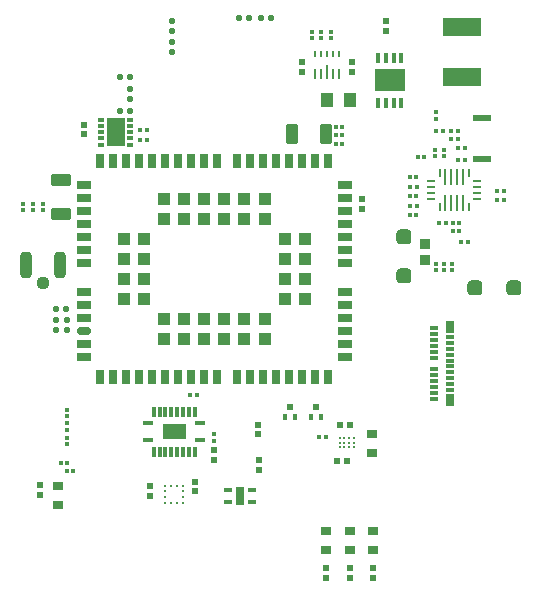
<source format=gtp>
G04*
G04 #@! TF.GenerationSoftware,Altium Limited,Altium Designer,20.0.1 (14)*
G04*
G04 Layer_Color=8421504*
%FSLAX44Y44*%
%MOMM*%
G71*
G01*
G75*
%ADD25R,0.5300X0.5500*%
%ADD26R,0.7000X1.1500*%
G04:AMPARAMS|DCode=27|XSize=2.2mm|YSize=0.95mm|CornerRadius=0.2375mm|HoleSize=0mm|Usage=FLASHONLY|Rotation=90.000|XOffset=0mm|YOffset=0mm|HoleType=Round|Shape=RoundedRectangle|*
%AMROUNDEDRECTD27*
21,1,2.2000,0.4750,0,0,90.0*
21,1,1.7250,0.9500,0,0,90.0*
1,1,0.4750,0.2375,0.8625*
1,1,0.4750,0.2375,-0.8625*
1,1,0.4750,-0.2375,-0.8625*
1,1,0.4750,-0.2375,0.8625*
%
%ADD27ROUNDEDRECTD27*%
G04:AMPARAMS|DCode=28|XSize=0.95mm|YSize=0.95mm|CornerRadius=0.2375mm|HoleSize=0mm|Usage=FLASHONLY|Rotation=0.000|XOffset=0mm|YOffset=0mm|HoleType=Round|Shape=RoundedRectangle|*
%AMROUNDEDRECTD28*
21,1,0.9500,0.4750,0,0,0.0*
21,1,0.4750,0.9500,0,0,0.0*
1,1,0.4750,0.2375,-0.2375*
1,1,0.4750,-0.2375,-0.2375*
1,1,0.4750,-0.2375,0.2375*
1,1,0.4750,0.2375,0.2375*
%
%ADD28ROUNDEDRECTD28*%
%ADD29R,3.2000X1.5000*%
%ADD30R,1.6500X0.5000*%
%ADD31R,0.3000X0.4000*%
%ADD32R,0.4000X0.3000*%
%ADD33R,0.2500X0.7000*%
%ADD34R,0.2500X1.4000*%
%ADD35R,0.7000X0.2500*%
G04:AMPARAMS|DCode=36|XSize=1.27mm|YSize=1.27mm|CornerRadius=0.3175mm|HoleSize=0mm|Usage=FLASHONLY|Rotation=270.000|XOffset=0mm|YOffset=0mm|HoleType=Round|Shape=RoundedRectangle|*
%AMROUNDEDRECTD36*
21,1,1.2700,0.6350,0,0,270.0*
21,1,0.6350,1.2700,0,0,270.0*
1,1,0.6350,-0.3175,-0.3175*
1,1,0.6350,-0.3175,0.3175*
1,1,0.6350,0.3175,0.3175*
1,1,0.6350,0.3175,-0.3175*
%
%ADD36ROUNDEDRECTD36*%
G04:AMPARAMS|DCode=37|XSize=1.27mm|YSize=1.27mm|CornerRadius=0.3175mm|HoleSize=0mm|Usage=FLASHONLY|Rotation=180.000|XOffset=0mm|YOffset=0mm|HoleType=Round|Shape=RoundedRectangle|*
%AMROUNDEDRECTD37*
21,1,1.2700,0.6350,0,0,180.0*
21,1,0.6350,1.2700,0,0,180.0*
1,1,0.6350,-0.3175,0.3175*
1,1,0.6350,0.3175,0.3175*
1,1,0.6350,0.3175,-0.3175*
1,1,0.6350,-0.3175,-0.3175*
%
%ADD37ROUNDEDRECTD37*%
%ADD38R,0.9000X0.9000*%
%ADD39R,0.7000X1.0000*%
%ADD40R,0.7000X0.3000*%
%ADD41R,1.0000X1.2500*%
%ADD42R,0.2500X0.9000*%
%ADD43R,0.2500X1.3000*%
%ADD44R,0.2500X0.6000*%
G04:AMPARAMS|DCode=45|XSize=1.06mm|YSize=1.72mm|CornerRadius=0.2491mm|HoleSize=0mm|Usage=FLASHONLY|Rotation=0.000|XOffset=0mm|YOffset=0mm|HoleType=Round|Shape=RoundedRectangle|*
%AMROUNDEDRECTD45*
21,1,1.0600,1.2218,0,0,0.0*
21,1,0.5618,1.7200,0,0,0.0*
1,1,0.4982,0.2809,-0.6109*
1,1,0.4982,-0.2809,-0.6109*
1,1,0.4982,-0.2809,0.6109*
1,1,0.4982,0.2809,0.6109*
%
%ADD45ROUNDEDRECTD45*%
G04:AMPARAMS|DCode=46|XSize=0.55mm|YSize=0.53mm|CornerRadius=0.1325mm|HoleSize=0mm|Usage=FLASHONLY|Rotation=180.000|XOffset=0mm|YOffset=0mm|HoleType=Round|Shape=RoundedRectangle|*
%AMROUNDEDRECTD46*
21,1,0.5500,0.2650,0,0,180.0*
21,1,0.2850,0.5300,0,0,180.0*
1,1,0.2650,-0.1425,0.1325*
1,1,0.2650,0.1425,0.1325*
1,1,0.2650,0.1425,-0.1325*
1,1,0.2650,-0.1425,-0.1325*
%
%ADD46ROUNDEDRECTD46*%
G04:AMPARAMS|DCode=47|XSize=0.55mm|YSize=0.53mm|CornerRadius=0.1325mm|HoleSize=0mm|Usage=FLASHONLY|Rotation=270.000|XOffset=0mm|YOffset=0mm|HoleType=Round|Shape=RoundedRectangle|*
%AMROUNDEDRECTD47*
21,1,0.5500,0.2650,0,0,270.0*
21,1,0.2850,0.5300,0,0,270.0*
1,1,0.2650,-0.1325,-0.1425*
1,1,0.2650,-0.1325,0.1425*
1,1,0.2650,0.1325,0.1425*
1,1,0.2650,0.1325,-0.1425*
%
%ADD47ROUNDEDRECTD47*%
%ADD48R,0.5000X0.3000*%
%ADD49R,1.6000X2.4000*%
%ADD50R,0.5300X0.5500*%
%ADD51R,1.1500X0.7000*%
%ADD52R,1.0000X1.0000*%
G04:AMPARAMS|DCode=53|XSize=0.7mm|YSize=1.15mm|CornerRadius=0.175mm|HoleSize=0mm|Usage=FLASHONLY|Rotation=90.000|XOffset=0mm|YOffset=0mm|HoleType=Round|Shape=RoundedRectangle|*
%AMROUNDEDRECTD53*
21,1,0.7000,0.8000,0,0,90.0*
21,1,0.3500,1.1500,0,0,90.0*
1,1,0.3500,0.4000,0.1750*
1,1,0.3500,0.4000,-0.1750*
1,1,0.3500,-0.4000,-0.1750*
1,1,0.3500,-0.4000,0.1750*
%
%ADD53ROUNDEDRECTD53*%
G04:AMPARAMS|DCode=54|XSize=1.06mm|YSize=1.72mm|CornerRadius=0.2491mm|HoleSize=0mm|Usage=FLASHONLY|Rotation=270.000|XOffset=0mm|YOffset=0mm|HoleType=Round|Shape=RoundedRectangle|*
%AMROUNDEDRECTD54*
21,1,1.0600,1.2218,0,0,270.0*
21,1,0.5618,1.7200,0,0,270.0*
1,1,0.4982,-0.6109,-0.2809*
1,1,0.4982,-0.6109,0.2809*
1,1,0.4982,0.6109,0.2809*
1,1,0.4982,0.6109,-0.2809*
%
%ADD54ROUNDEDRECTD54*%
G04:AMPARAMS|DCode=55|XSize=0.9mm|YSize=0.26mm|CornerRadius=0.0325mm|HoleSize=0mm|Usage=FLASHONLY|Rotation=90.000|XOffset=0mm|YOffset=0mm|HoleType=Round|Shape=RoundedRectangle|*
%AMROUNDEDRECTD55*
21,1,0.9000,0.1950,0,0,90.0*
21,1,0.8350,0.2600,0,0,90.0*
1,1,0.0650,0.0975,0.4175*
1,1,0.0650,0.0975,-0.4175*
1,1,0.0650,-0.0975,-0.4175*
1,1,0.0650,-0.0975,0.4175*
%
%ADD55ROUNDEDRECTD55*%
G04:AMPARAMS|DCode=56|XSize=0.9mm|YSize=0.26mm|CornerRadius=0.0325mm|HoleSize=0mm|Usage=FLASHONLY|Rotation=180.000|XOffset=0mm|YOffset=0mm|HoleType=Round|Shape=RoundedRectangle|*
%AMROUNDEDRECTD56*
21,1,0.9000,0.1950,0,0,180.0*
21,1,0.8350,0.2600,0,0,180.0*
1,1,0.0650,-0.4175,0.0975*
1,1,0.0650,0.4175,0.0975*
1,1,0.0650,0.4175,-0.0975*
1,1,0.0650,-0.4175,-0.0975*
%
%ADD56ROUNDEDRECTD56*%
%ADD57R,0.9500X0.8000*%
%ADD58R,0.7000X1.6000*%
%ADD59R,0.8000X0.4000*%
%ADD60R,2.5000X1.9000*%
%ADD61R,0.3000X0.9500*%
%ADD62R,0.4700X0.5000*%
%ADD63R,0.3700X0.5000*%
%ADD64R,0.5500X0.5300*%
%ADD65C,0.2000*%
%ADD66R,0.2500X0.2750*%
%ADD67R,0.2750X0.2500*%
G36*
X143724Y141374D02*
Y128366D01*
X124512D01*
Y141374D01*
X143724D01*
D02*
G37*
D25*
X20320Y81154D02*
D03*
Y89534D02*
D03*
X293370Y323470D02*
D03*
Y331850D02*
D03*
X284734Y439472D02*
D03*
Y447852D02*
D03*
X242545Y439065D02*
D03*
Y447445D02*
D03*
X313436Y482726D02*
D03*
Y474346D02*
D03*
X151384Y84202D02*
D03*
Y92582D02*
D03*
X113792Y89026D02*
D03*
Y80646D02*
D03*
D26*
X159002Y180790D02*
D03*
X170002D02*
D03*
X198002Y364290D02*
D03*
X159002Y364290D02*
D03*
X148002D02*
D03*
X137002D02*
D03*
X126002D02*
D03*
X115002D02*
D03*
X104002D02*
D03*
X82002D02*
D03*
X93002D02*
D03*
X71002D02*
D03*
X187002Y364290D02*
D03*
X209002D02*
D03*
X220002D02*
D03*
X231002D02*
D03*
X242002D02*
D03*
X253002D02*
D03*
X264002D02*
D03*
Y180790D02*
D03*
X253002D02*
D03*
X242002D02*
D03*
X231002D02*
D03*
X220002D02*
D03*
X209002D02*
D03*
X198002D02*
D03*
X187002D02*
D03*
X71002Y180790D02*
D03*
X93002D02*
D03*
X82002D02*
D03*
X104002D02*
D03*
X115002D02*
D03*
X126002D02*
D03*
X137002D02*
D03*
X148002D02*
D03*
X170002Y364290D02*
D03*
D27*
X8610Y276353D02*
D03*
X37110D02*
D03*
D28*
X22860Y260603D02*
D03*
D29*
X377952Y477184D02*
D03*
Y435184D02*
D03*
D30*
X394837Y365813D02*
D03*
X394783Y400759D02*
D03*
D31*
X368692Y389128D02*
D03*
X374192D02*
D03*
X368732Y382359D02*
D03*
X374232D02*
D03*
X374694Y375158D02*
D03*
X380194D02*
D03*
X380194Y365252D02*
D03*
X374694D02*
D03*
X345650Y367792D02*
D03*
X340150D02*
D03*
X361238Y389636D02*
D03*
X355738D02*
D03*
X333546Y350266D02*
D03*
X339046D02*
D03*
X339300Y342138D02*
D03*
X333800D02*
D03*
X333546Y334603D02*
D03*
X339046D02*
D03*
X339246Y326136D02*
D03*
X333746D02*
D03*
X333546Y318008D02*
D03*
X339046D02*
D03*
X407554Y338582D02*
D03*
X413054D02*
D03*
X407554Y330708D02*
D03*
X413054D02*
D03*
X377234Y295656D02*
D03*
X382734D02*
D03*
X358278Y311658D02*
D03*
X363778D02*
D03*
X369708D02*
D03*
X375208D02*
D03*
X369708Y304546D02*
D03*
X375208D02*
D03*
X276308Y378742D02*
D03*
X270808D02*
D03*
X105454Y389890D02*
D03*
X110954D02*
D03*
X105454Y381762D02*
D03*
X110954D02*
D03*
X147618Y165862D02*
D03*
X153118D02*
D03*
X48768Y101600D02*
D03*
X43268D02*
D03*
X37829Y108200D02*
D03*
X43328D02*
D03*
X262218Y130150D02*
D03*
X256718D02*
D03*
X270852Y385854D02*
D03*
X276352D02*
D03*
X270852Y392712D02*
D03*
X276352D02*
D03*
D32*
X362806Y373336D02*
D03*
Y367836D02*
D03*
X355346Y399840D02*
D03*
Y405340D02*
D03*
X355266Y373336D02*
D03*
Y367836D02*
D03*
X355760Y277114D02*
D03*
Y271614D02*
D03*
X362618Y277114D02*
D03*
Y271614D02*
D03*
X369222Y277114D02*
D03*
Y271614D02*
D03*
X266598Y473419D02*
D03*
Y467919D02*
D03*
X258572Y467719D02*
D03*
Y473219D02*
D03*
X250546Y473419D02*
D03*
Y467919D02*
D03*
X6350Y322304D02*
D03*
Y327804D02*
D03*
X14478D02*
D03*
Y322304D02*
D03*
X167386Y127298D02*
D03*
Y132798D02*
D03*
X43180Y153372D02*
D03*
Y147872D02*
D03*
X42934Y141942D02*
D03*
Y136442D02*
D03*
Y129750D02*
D03*
Y124250D02*
D03*
X22606Y327804D02*
D03*
Y322304D02*
D03*
D33*
X358708Y324686D02*
D03*
X383708D02*
D03*
Y353686D02*
D03*
X358708D02*
D03*
D34*
X363708Y328186D02*
D03*
X368708D02*
D03*
X373708D02*
D03*
X378708D02*
D03*
Y350186D02*
D03*
X373708D02*
D03*
X368708D02*
D03*
X363708D02*
D03*
D35*
X390708Y331686D02*
D03*
Y336686D02*
D03*
Y341686D02*
D03*
Y346686D02*
D03*
X351708D02*
D03*
Y341686D02*
D03*
Y336686D02*
D03*
Y331686D02*
D03*
D36*
X328422Y299974D02*
D03*
Y266954D02*
D03*
D37*
X422148Y256540D02*
D03*
X389128D02*
D03*
D38*
X346202Y279766D02*
D03*
Y293766D02*
D03*
D39*
X367370Y161532D02*
D03*
Y223532D02*
D03*
D40*
Y170032D02*
D03*
Y175032D02*
D03*
Y180032D02*
D03*
Y185032D02*
D03*
Y190032D02*
D03*
Y195032D02*
D03*
Y200032D02*
D03*
Y205032D02*
D03*
Y210032D02*
D03*
Y215032D02*
D03*
X354370Y222532D02*
D03*
Y217532D02*
D03*
Y212532D02*
D03*
Y207532D02*
D03*
Y202532D02*
D03*
Y197532D02*
D03*
Y187532D02*
D03*
Y182532D02*
D03*
Y177532D02*
D03*
Y172532D02*
D03*
Y167532D02*
D03*
Y162532D02*
D03*
D41*
X282999Y416003D02*
D03*
X262999D02*
D03*
D42*
X273627Y437693D02*
D03*
X268627D02*
D03*
X258627D02*
D03*
X253627D02*
D03*
D43*
X263627Y439693D02*
D03*
D44*
X253627Y454193D02*
D03*
X258627D02*
D03*
X263627D02*
D03*
X268627D02*
D03*
X273627D02*
D03*
D45*
X262528Y386654D02*
D03*
X234028D02*
D03*
D46*
X207232Y485460D02*
D03*
X215612D02*
D03*
X189198D02*
D03*
X197578D02*
D03*
X96486Y434914D02*
D03*
X88106D02*
D03*
X96486Y406720D02*
D03*
X88106D02*
D03*
X42526Y239014D02*
D03*
X34146D02*
D03*
D47*
X132174Y474158D02*
D03*
Y482538D02*
D03*
Y456124D02*
D03*
Y464504D02*
D03*
X96614Y416500D02*
D03*
Y424880D02*
D03*
X43020Y229046D02*
D03*
Y220666D02*
D03*
X34036Y220600D02*
D03*
Y228980D02*
D03*
D48*
X96868Y377828D02*
D03*
Y383328D02*
D03*
Y388328D02*
D03*
Y393328D02*
D03*
Y398828D02*
D03*
X71868D02*
D03*
Y393328D02*
D03*
Y388328D02*
D03*
Y383328D02*
D03*
Y377828D02*
D03*
D49*
X84368Y388328D02*
D03*
D50*
X57658Y394842D02*
D03*
Y386462D02*
D03*
X167640Y110872D02*
D03*
Y119252D02*
D03*
X205486Y102744D02*
D03*
Y111124D02*
D03*
X302514Y11304D02*
D03*
Y19684D02*
D03*
X282575Y11304D02*
D03*
Y19684D02*
D03*
X262636Y11304D02*
D03*
Y19684D02*
D03*
X205386Y132462D02*
D03*
Y140842D02*
D03*
D51*
X278252Y278040D02*
D03*
Y289040D02*
D03*
Y300040D02*
D03*
Y311040D02*
D03*
Y322040D02*
D03*
Y333040D02*
D03*
Y344040D02*
D03*
Y253040D02*
D03*
Y242040D02*
D03*
Y231040D02*
D03*
Y220040D02*
D03*
Y209040D02*
D03*
Y198040D02*
D03*
X57752D02*
D03*
Y209040D02*
D03*
Y231040D02*
D03*
Y242040D02*
D03*
Y253040D02*
D03*
Y344040D02*
D03*
Y333040D02*
D03*
Y322040D02*
D03*
Y311040D02*
D03*
Y300040D02*
D03*
Y289040D02*
D03*
Y278040D02*
D03*
D52*
X91502Y298040D02*
D03*
Y247040D02*
D03*
Y264040D02*
D03*
Y281040D02*
D03*
X108502D02*
D03*
Y264040D02*
D03*
Y247040D02*
D03*
Y298040D02*
D03*
X244502Y247040D02*
D03*
Y264040D02*
D03*
Y281040D02*
D03*
Y298040D02*
D03*
X227502D02*
D03*
Y247040D02*
D03*
Y264040D02*
D03*
Y281040D02*
D03*
X210502Y332040D02*
D03*
X193502D02*
D03*
X176502D02*
D03*
X159502D02*
D03*
X142502D02*
D03*
X125502D02*
D03*
Y315040D02*
D03*
X142502D02*
D03*
X159502D02*
D03*
X210502D02*
D03*
X193502D02*
D03*
X142502Y213040D02*
D03*
X125502D02*
D03*
X159502Y213040D02*
D03*
X176502D02*
D03*
X193502D02*
D03*
X210502D02*
D03*
Y230040D02*
D03*
X193502D02*
D03*
X125502D02*
D03*
X142502D02*
D03*
X159502D02*
D03*
X176502D02*
D03*
Y315040D02*
D03*
D53*
X57752Y220040D02*
D03*
D54*
X37846Y319024D02*
D03*
Y347524D02*
D03*
D55*
X151612Y118024D02*
D03*
X116612Y151724D02*
D03*
Y118024D02*
D03*
X121612D02*
D03*
X126612D02*
D03*
X131612D02*
D03*
X136612D02*
D03*
X141612D02*
D03*
X146612D02*
D03*
X151612Y151724D02*
D03*
X146612D02*
D03*
X141612D02*
D03*
X136612D02*
D03*
X131612D02*
D03*
X126612D02*
D03*
X121612D02*
D03*
D56*
X155962Y127374D02*
D03*
X112262Y142374D02*
D03*
Y127374D02*
D03*
X155962Y142374D02*
D03*
D57*
X36066Y73026D02*
D03*
Y89026D02*
D03*
X301750Y132650D02*
D03*
Y116650D02*
D03*
X302608Y34544D02*
D03*
Y50544D02*
D03*
X282749Y34544D02*
D03*
Y50544D02*
D03*
X262890Y34544D02*
D03*
Y50544D02*
D03*
D58*
X189738Y80518D02*
D03*
D59*
X179738Y75518D02*
D03*
Y85518D02*
D03*
X199738D02*
D03*
Y75518D02*
D03*
D60*
X316484Y432308D02*
D03*
D61*
X326234Y413308D02*
D03*
X319734D02*
D03*
X313234D02*
D03*
X306734D02*
D03*
Y451308D02*
D03*
X313234D02*
D03*
X319734D02*
D03*
X326234D02*
D03*
D62*
X254000Y155574D02*
D03*
X232156D02*
D03*
D63*
X250000Y147574D02*
D03*
X258000D02*
D03*
X228156D02*
D03*
X236156D02*
D03*
D64*
X283082Y140462D02*
D03*
X274702D02*
D03*
X280288Y109918D02*
D03*
X271908D02*
D03*
D65*
X274130Y121476D02*
D03*
Y125476D02*
D03*
Y129476D02*
D03*
X278130Y121476D02*
D03*
Y125476D02*
D03*
Y129476D02*
D03*
X282130Y121476D02*
D03*
Y125476D02*
D03*
Y129476D02*
D03*
X286130Y121476D02*
D03*
Y125476D02*
D03*
Y129476D02*
D03*
D66*
X136353Y74248D02*
D03*
X131353D02*
D03*
X131353Y89248D02*
D03*
X136353D02*
D03*
D67*
X126228Y74248D02*
D03*
Y79248D02*
D03*
Y84248D02*
D03*
Y89248D02*
D03*
X141478Y74248D02*
D03*
Y89248D02*
D03*
Y84248D02*
D03*
Y79248D02*
D03*
M02*

</source>
